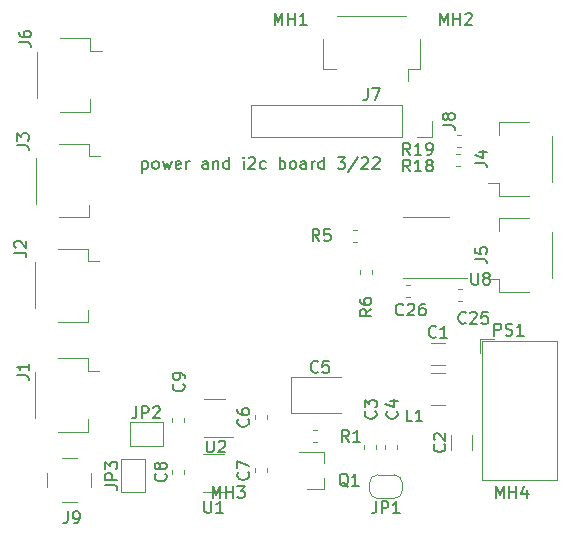
<source format=gto>
G04 #@! TF.GenerationSoftware,KiCad,Pcbnew,(5.1.5-0)*
G04 #@! TF.CreationDate,2022-04-01T13:26:54-06:00*
G04 #@! TF.ProjectId,power-two-wire,706f7765-722d-4747-976f-2d776972652e,rev?*
G04 #@! TF.SameCoordinates,Original*
G04 #@! TF.FileFunction,Legend,Top*
G04 #@! TF.FilePolarity,Positive*
%FSLAX46Y46*%
G04 Gerber Fmt 4.6, Leading zero omitted, Abs format (unit mm)*
G04 Created by KiCad (PCBNEW (5.1.5-0)) date 2022-04-01 13:26:54*
%MOMM*%
%LPD*%
G04 APERTURE LIST*
%ADD10C,0.150000*%
%ADD11C,0.120000*%
G04 APERTURE END LIST*
D10*
X139726190Y-88435714D02*
X139726190Y-89435714D01*
X139726190Y-88483333D02*
X139821428Y-88435714D01*
X140011904Y-88435714D01*
X140107142Y-88483333D01*
X140154761Y-88530952D01*
X140202380Y-88626190D01*
X140202380Y-88911904D01*
X140154761Y-89007142D01*
X140107142Y-89054761D01*
X140011904Y-89102380D01*
X139821428Y-89102380D01*
X139726190Y-89054761D01*
X140773809Y-89102380D02*
X140678571Y-89054761D01*
X140630952Y-89007142D01*
X140583333Y-88911904D01*
X140583333Y-88626190D01*
X140630952Y-88530952D01*
X140678571Y-88483333D01*
X140773809Y-88435714D01*
X140916666Y-88435714D01*
X141011904Y-88483333D01*
X141059523Y-88530952D01*
X141107142Y-88626190D01*
X141107142Y-88911904D01*
X141059523Y-89007142D01*
X141011904Y-89054761D01*
X140916666Y-89102380D01*
X140773809Y-89102380D01*
X141440476Y-88435714D02*
X141630952Y-89102380D01*
X141821428Y-88626190D01*
X142011904Y-89102380D01*
X142202380Y-88435714D01*
X142964285Y-89054761D02*
X142869047Y-89102380D01*
X142678571Y-89102380D01*
X142583333Y-89054761D01*
X142535714Y-88959523D01*
X142535714Y-88578571D01*
X142583333Y-88483333D01*
X142678571Y-88435714D01*
X142869047Y-88435714D01*
X142964285Y-88483333D01*
X143011904Y-88578571D01*
X143011904Y-88673809D01*
X142535714Y-88769047D01*
X143440476Y-89102380D02*
X143440476Y-88435714D01*
X143440476Y-88626190D02*
X143488095Y-88530952D01*
X143535714Y-88483333D01*
X143630952Y-88435714D01*
X143726190Y-88435714D01*
X145250000Y-89102380D02*
X145250000Y-88578571D01*
X145202380Y-88483333D01*
X145107142Y-88435714D01*
X144916666Y-88435714D01*
X144821428Y-88483333D01*
X145250000Y-89054761D02*
X145154761Y-89102380D01*
X144916666Y-89102380D01*
X144821428Y-89054761D01*
X144773809Y-88959523D01*
X144773809Y-88864285D01*
X144821428Y-88769047D01*
X144916666Y-88721428D01*
X145154761Y-88721428D01*
X145250000Y-88673809D01*
X145726190Y-88435714D02*
X145726190Y-89102380D01*
X145726190Y-88530952D02*
X145773809Y-88483333D01*
X145869047Y-88435714D01*
X146011904Y-88435714D01*
X146107142Y-88483333D01*
X146154761Y-88578571D01*
X146154761Y-89102380D01*
X147059523Y-89102380D02*
X147059523Y-88102380D01*
X147059523Y-89054761D02*
X146964285Y-89102380D01*
X146773809Y-89102380D01*
X146678571Y-89054761D01*
X146630952Y-89007142D01*
X146583333Y-88911904D01*
X146583333Y-88626190D01*
X146630952Y-88530952D01*
X146678571Y-88483333D01*
X146773809Y-88435714D01*
X146964285Y-88435714D01*
X147059523Y-88483333D01*
X148297619Y-89102380D02*
X148297619Y-88435714D01*
X148297619Y-88102380D02*
X148250000Y-88150000D01*
X148297619Y-88197619D01*
X148345238Y-88150000D01*
X148297619Y-88102380D01*
X148297619Y-88197619D01*
X148726190Y-88197619D02*
X148773809Y-88150000D01*
X148869047Y-88102380D01*
X149107142Y-88102380D01*
X149202380Y-88150000D01*
X149250000Y-88197619D01*
X149297619Y-88292857D01*
X149297619Y-88388095D01*
X149250000Y-88530952D01*
X148678571Y-89102380D01*
X149297619Y-89102380D01*
X150154761Y-89054761D02*
X150059523Y-89102380D01*
X149869047Y-89102380D01*
X149773809Y-89054761D01*
X149726190Y-89007142D01*
X149678571Y-88911904D01*
X149678571Y-88626190D01*
X149726190Y-88530952D01*
X149773809Y-88483333D01*
X149869047Y-88435714D01*
X150059523Y-88435714D01*
X150154761Y-88483333D01*
X151345238Y-89102380D02*
X151345238Y-88102380D01*
X151345238Y-88483333D02*
X151440476Y-88435714D01*
X151630952Y-88435714D01*
X151726190Y-88483333D01*
X151773809Y-88530952D01*
X151821428Y-88626190D01*
X151821428Y-88911904D01*
X151773809Y-89007142D01*
X151726190Y-89054761D01*
X151630952Y-89102380D01*
X151440476Y-89102380D01*
X151345238Y-89054761D01*
X152392857Y-89102380D02*
X152297619Y-89054761D01*
X152249999Y-89007142D01*
X152202380Y-88911904D01*
X152202380Y-88626190D01*
X152249999Y-88530952D01*
X152297619Y-88483333D01*
X152392857Y-88435714D01*
X152535714Y-88435714D01*
X152630952Y-88483333D01*
X152678571Y-88530952D01*
X152726190Y-88626190D01*
X152726190Y-88911904D01*
X152678571Y-89007142D01*
X152630952Y-89054761D01*
X152535714Y-89102380D01*
X152392857Y-89102380D01*
X153583333Y-89102380D02*
X153583333Y-88578571D01*
X153535714Y-88483333D01*
X153440476Y-88435714D01*
X153249999Y-88435714D01*
X153154761Y-88483333D01*
X153583333Y-89054761D02*
X153488095Y-89102380D01*
X153249999Y-89102380D01*
X153154761Y-89054761D01*
X153107142Y-88959523D01*
X153107142Y-88864285D01*
X153154761Y-88769047D01*
X153249999Y-88721428D01*
X153488095Y-88721428D01*
X153583333Y-88673809D01*
X154059523Y-89102380D02*
X154059523Y-88435714D01*
X154059523Y-88626190D02*
X154107142Y-88530952D01*
X154154761Y-88483333D01*
X154249999Y-88435714D01*
X154345238Y-88435714D01*
X155107142Y-89102380D02*
X155107142Y-88102380D01*
X155107142Y-89054761D02*
X155011904Y-89102380D01*
X154821428Y-89102380D01*
X154726190Y-89054761D01*
X154678571Y-89007142D01*
X154630952Y-88911904D01*
X154630952Y-88626190D01*
X154678571Y-88530952D01*
X154726190Y-88483333D01*
X154821428Y-88435714D01*
X155011904Y-88435714D01*
X155107142Y-88483333D01*
X156249999Y-88102380D02*
X156869047Y-88102380D01*
X156535714Y-88483333D01*
X156678571Y-88483333D01*
X156773809Y-88530952D01*
X156821428Y-88578571D01*
X156869047Y-88673809D01*
X156869047Y-88911904D01*
X156821428Y-89007142D01*
X156773809Y-89054761D01*
X156678571Y-89102380D01*
X156392857Y-89102380D01*
X156297619Y-89054761D01*
X156249999Y-89007142D01*
X158011904Y-88054761D02*
X157154761Y-89340476D01*
X158297619Y-88197619D02*
X158345238Y-88150000D01*
X158440476Y-88102380D01*
X158678571Y-88102380D01*
X158773809Y-88150000D01*
X158821428Y-88197619D01*
X158869047Y-88292857D01*
X158869047Y-88388095D01*
X158821428Y-88530952D01*
X158249999Y-89102380D01*
X158869047Y-89102380D01*
X159249999Y-88197619D02*
X159297619Y-88150000D01*
X159392857Y-88102380D01*
X159630952Y-88102380D01*
X159726190Y-88150000D01*
X159773809Y-88197619D01*
X159821428Y-88292857D01*
X159821428Y-88388095D01*
X159773809Y-88530952D01*
X159202380Y-89102380D01*
X159821428Y-89102380D01*
D11*
X130815000Y-79210000D02*
X130815000Y-83090000D01*
X135285000Y-84260000D02*
X135285000Y-83210000D01*
X132785000Y-84260000D02*
X135285000Y-84260000D01*
X135285000Y-79090000D02*
X136275000Y-79090000D01*
X135285000Y-78040000D02*
X135285000Y-79090000D01*
X132785000Y-78040000D02*
X135285000Y-78040000D01*
X130715000Y-88160000D02*
X130715000Y-92040000D01*
X135185000Y-93210000D02*
X135185000Y-92160000D01*
X132685000Y-93210000D02*
X135185000Y-93210000D01*
X135185000Y-88040000D02*
X136175000Y-88040000D01*
X135185000Y-86990000D02*
X135185000Y-88040000D01*
X132685000Y-86990000D02*
X135185000Y-86990000D01*
X130615000Y-97010000D02*
X130615000Y-100890000D01*
X135085000Y-102060000D02*
X135085000Y-101010000D01*
X132585000Y-102060000D02*
X135085000Y-102060000D01*
X135085000Y-96890000D02*
X136075000Y-96890000D01*
X135085000Y-95840000D02*
X135085000Y-96890000D01*
X132585000Y-95840000D02*
X135085000Y-95840000D01*
X130615000Y-106310000D02*
X130615000Y-110190000D01*
X135085000Y-111360000D02*
X135085000Y-110310000D01*
X132585000Y-111360000D02*
X135085000Y-111360000D01*
X135085000Y-106190000D02*
X136075000Y-106190000D01*
X135085000Y-105140000D02*
X135085000Y-106190000D01*
X132585000Y-105140000D02*
X135085000Y-105140000D01*
X174435000Y-98320000D02*
X174435000Y-94440000D01*
X169965000Y-93270000D02*
X169965000Y-94320000D01*
X172465000Y-93270000D02*
X169965000Y-93270000D01*
X169965000Y-98440000D02*
X168975000Y-98440000D01*
X169965000Y-99490000D02*
X169965000Y-98440000D01*
X172465000Y-99490000D02*
X169965000Y-99490000D01*
X174435000Y-90190000D02*
X174435000Y-86310000D01*
X169965000Y-85140000D02*
X169965000Y-86190000D01*
X172465000Y-85140000D02*
X169965000Y-85140000D01*
X169965000Y-90310000D02*
X168975000Y-90310000D01*
X169965000Y-91360000D02*
X169965000Y-90310000D01*
X172465000Y-91360000D02*
X169965000Y-91360000D01*
X164280000Y-85050000D02*
X164280000Y-86380000D01*
X164280000Y-86380000D02*
X162950000Y-86380000D01*
X161680000Y-86380000D02*
X148920000Y-86380000D01*
X148920000Y-83720000D02*
X148920000Y-86380000D01*
X161680000Y-83720000D02*
X148920000Y-83720000D01*
X161680000Y-83720000D02*
X161680000Y-86380000D01*
X162090000Y-76165000D02*
X156210000Y-76165000D01*
X155040000Y-80635000D02*
X156090000Y-80635000D01*
X155040000Y-78135000D02*
X155040000Y-80635000D01*
X162210000Y-80635000D02*
X162210000Y-81625000D01*
X163260000Y-80635000D02*
X162210000Y-80635000D01*
X163260000Y-78135000D02*
X163260000Y-80635000D01*
X152302500Y-109760000D02*
X156512500Y-109760000D01*
X152302500Y-106740000D02*
X152302500Y-109760000D01*
X156512500Y-106740000D02*
X152302500Y-106740000D01*
X134170000Y-117320000D02*
X132930000Y-117320000D01*
X134170000Y-113580000D02*
X132930000Y-113580000D01*
X131680000Y-116070000D02*
X131680000Y-114830000D01*
X135420000Y-116070000D02*
X135420000Y-114830000D01*
X166746267Y-86240000D02*
X166403733Y-86240000D01*
X166746267Y-87260000D02*
X166403733Y-87260000D01*
X166621267Y-87840000D02*
X166278733Y-87840000D01*
X166621267Y-88860000D02*
X166278733Y-88860000D01*
X137950000Y-116450000D02*
X137950000Y-113650000D01*
X137950000Y-113650000D02*
X139950000Y-113650000D01*
X139950000Y-113650000D02*
X139950000Y-116450000D01*
X139950000Y-116450000D02*
X137950000Y-116450000D01*
X138650000Y-110550000D02*
X141450000Y-110550000D01*
X141450000Y-110550000D02*
X141450000Y-112550000D01*
X141450000Y-112550000D02*
X138650000Y-112550000D01*
X138650000Y-112550000D02*
X138650000Y-110550000D01*
X162421267Y-98940000D02*
X162078733Y-98940000D01*
X162421267Y-99960000D02*
X162078733Y-99960000D01*
X166453733Y-100260000D02*
X166796267Y-100260000D01*
X166453733Y-99240000D02*
X166796267Y-99240000D01*
X163750000Y-98310000D02*
X167200000Y-98310000D01*
X163750000Y-98310000D02*
X161800000Y-98310000D01*
X163750000Y-93190000D02*
X165700000Y-93190000D01*
X163750000Y-93190000D02*
X161800000Y-93190000D01*
X144950000Y-111810000D02*
X147400000Y-111810000D01*
X146750000Y-108590000D02*
X144950000Y-108590000D01*
X144850000Y-116470000D02*
X147300000Y-116470000D01*
X146650000Y-113250000D02*
X144850000Y-113250000D01*
X154546267Y-111240000D02*
X154203733Y-111240000D01*
X154546267Y-112260000D02*
X154203733Y-112260000D01*
X165352064Y-106390000D02*
X164147936Y-106390000D01*
X165352064Y-109110000D02*
X164147936Y-109110000D01*
X143260000Y-110546267D02*
X143260000Y-110203733D01*
X142240000Y-110546267D02*
X142240000Y-110203733D01*
X143260000Y-114921267D02*
X143260000Y-114578733D01*
X142240000Y-114921267D02*
X142240000Y-114578733D01*
X150260000Y-114796267D02*
X150260000Y-114453733D01*
X149240000Y-114796267D02*
X149240000Y-114453733D01*
X150260000Y-110296267D02*
X150260000Y-109953733D01*
X149240000Y-110296267D02*
X149240000Y-109953733D01*
X167660000Y-112864564D02*
X167660000Y-111660436D01*
X165840000Y-112864564D02*
X165840000Y-111660436D01*
X164147936Y-105660000D02*
X165352064Y-105660000D01*
X164147936Y-103840000D02*
X165352064Y-103840000D01*
X159185000Y-97971267D02*
X159185000Y-97628733D01*
X158165000Y-97971267D02*
X158165000Y-97628733D01*
X157578733Y-95260000D02*
X157921267Y-95260000D01*
X157578733Y-94240000D02*
X157921267Y-94240000D01*
X168300000Y-103480000D02*
X168300000Y-104680000D01*
X169500000Y-103480000D02*
X168300000Y-103480000D01*
X174840000Y-115450000D02*
X168500000Y-115450000D01*
X168500000Y-103680000D02*
X168500000Y-115450000D01*
X174840000Y-103680000D02*
X168500000Y-103680000D01*
X174840000Y-103680000D02*
X174840000Y-115450000D01*
X155110000Y-116230000D02*
X153650000Y-116230000D01*
X155110000Y-113070000D02*
X152950000Y-113070000D01*
X155110000Y-113070000D02*
X155110000Y-114000000D01*
X155110000Y-116230000D02*
X155110000Y-115300000D01*
X161050000Y-117000000D02*
X159650000Y-117000000D01*
X158950000Y-116300000D02*
X158950000Y-115700000D01*
X159650000Y-115000000D02*
X161050000Y-115000000D01*
X161750000Y-115700000D02*
X161750000Y-116300000D01*
X161750000Y-116300000D02*
G75*
G02X161050000Y-117000000I-700000J0D01*
G01*
X161050000Y-115000000D02*
G75*
G02X161750000Y-115700000I0J-700000D01*
G01*
X158950000Y-115700000D02*
G75*
G02X159650000Y-115000000I700000J0D01*
G01*
X159650000Y-117000000D02*
G75*
G02X158950000Y-116300000I0J700000D01*
G01*
X160290000Y-112478733D02*
X160290000Y-112821267D01*
X161310000Y-112478733D02*
X161310000Y-112821267D01*
X158490000Y-112478733D02*
X158490000Y-112821267D01*
X159510000Y-112478733D02*
X159510000Y-112821267D01*
D10*
X129302380Y-78383333D02*
X130016666Y-78383333D01*
X130159523Y-78430952D01*
X130254761Y-78526190D01*
X130302380Y-78669047D01*
X130302380Y-78764285D01*
X129302380Y-77478571D02*
X129302380Y-77669047D01*
X129350000Y-77764285D01*
X129397619Y-77811904D01*
X129540476Y-77907142D01*
X129730952Y-77954761D01*
X130111904Y-77954761D01*
X130207142Y-77907142D01*
X130254761Y-77859523D01*
X130302380Y-77764285D01*
X130302380Y-77573809D01*
X130254761Y-77478571D01*
X130207142Y-77430952D01*
X130111904Y-77383333D01*
X129873809Y-77383333D01*
X129778571Y-77430952D01*
X129730952Y-77478571D01*
X129683333Y-77573809D01*
X129683333Y-77764285D01*
X129730952Y-77859523D01*
X129778571Y-77907142D01*
X129873809Y-77954761D01*
X129102380Y-87083333D02*
X129816666Y-87083333D01*
X129959523Y-87130952D01*
X130054761Y-87226190D01*
X130102380Y-87369047D01*
X130102380Y-87464285D01*
X129102380Y-86702380D02*
X129102380Y-86083333D01*
X129483333Y-86416666D01*
X129483333Y-86273809D01*
X129530952Y-86178571D01*
X129578571Y-86130952D01*
X129673809Y-86083333D01*
X129911904Y-86083333D01*
X130007142Y-86130952D01*
X130054761Y-86178571D01*
X130102380Y-86273809D01*
X130102380Y-86559523D01*
X130054761Y-86654761D01*
X130007142Y-86702380D01*
X128902380Y-96183333D02*
X129616666Y-96183333D01*
X129759523Y-96230952D01*
X129854761Y-96326190D01*
X129902380Y-96469047D01*
X129902380Y-96564285D01*
X128997619Y-95754761D02*
X128950000Y-95707142D01*
X128902380Y-95611904D01*
X128902380Y-95373809D01*
X128950000Y-95278571D01*
X128997619Y-95230952D01*
X129092857Y-95183333D01*
X129188095Y-95183333D01*
X129330952Y-95230952D01*
X129902380Y-95802380D01*
X129902380Y-95183333D01*
X129102380Y-106583333D02*
X129816666Y-106583333D01*
X129959523Y-106630952D01*
X130054761Y-106726190D01*
X130102380Y-106869047D01*
X130102380Y-106964285D01*
X130102380Y-105583333D02*
X130102380Y-106154761D01*
X130102380Y-105869047D02*
X129102380Y-105869047D01*
X129245238Y-105964285D01*
X129340476Y-106059523D01*
X129388095Y-106154761D01*
X167902380Y-96713333D02*
X168616666Y-96713333D01*
X168759523Y-96760952D01*
X168854761Y-96856190D01*
X168902380Y-96999047D01*
X168902380Y-97094285D01*
X167902380Y-95760952D02*
X167902380Y-96237142D01*
X168378571Y-96284761D01*
X168330952Y-96237142D01*
X168283333Y-96141904D01*
X168283333Y-95903809D01*
X168330952Y-95808571D01*
X168378571Y-95760952D01*
X168473809Y-95713333D01*
X168711904Y-95713333D01*
X168807142Y-95760952D01*
X168854761Y-95808571D01*
X168902380Y-95903809D01*
X168902380Y-96141904D01*
X168854761Y-96237142D01*
X168807142Y-96284761D01*
X167902380Y-88583333D02*
X168616666Y-88583333D01*
X168759523Y-88630952D01*
X168854761Y-88726190D01*
X168902380Y-88869047D01*
X168902380Y-88964285D01*
X168235714Y-87678571D02*
X168902380Y-87678571D01*
X167854761Y-87916666D02*
X168569047Y-88154761D01*
X168569047Y-87535714D01*
X165172380Y-85383333D02*
X165886666Y-85383333D01*
X166029523Y-85430952D01*
X166124761Y-85526190D01*
X166172380Y-85669047D01*
X166172380Y-85764285D01*
X165600952Y-84764285D02*
X165553333Y-84859523D01*
X165505714Y-84907142D01*
X165410476Y-84954761D01*
X165362857Y-84954761D01*
X165267619Y-84907142D01*
X165220000Y-84859523D01*
X165172380Y-84764285D01*
X165172380Y-84573809D01*
X165220000Y-84478571D01*
X165267619Y-84430952D01*
X165362857Y-84383333D01*
X165410476Y-84383333D01*
X165505714Y-84430952D01*
X165553333Y-84478571D01*
X165600952Y-84573809D01*
X165600952Y-84764285D01*
X165648571Y-84859523D01*
X165696190Y-84907142D01*
X165791428Y-84954761D01*
X165981904Y-84954761D01*
X166077142Y-84907142D01*
X166124761Y-84859523D01*
X166172380Y-84764285D01*
X166172380Y-84573809D01*
X166124761Y-84478571D01*
X166077142Y-84430952D01*
X165981904Y-84383333D01*
X165791428Y-84383333D01*
X165696190Y-84430952D01*
X165648571Y-84478571D01*
X165600952Y-84573809D01*
X158816666Y-82282380D02*
X158816666Y-82996666D01*
X158769047Y-83139523D01*
X158673809Y-83234761D01*
X158530952Y-83282380D01*
X158435714Y-83282380D01*
X159197619Y-82282380D02*
X159864285Y-82282380D01*
X159435714Y-83282380D01*
X154595833Y-106257142D02*
X154548214Y-106304761D01*
X154405357Y-106352380D01*
X154310119Y-106352380D01*
X154167261Y-106304761D01*
X154072023Y-106209523D01*
X154024404Y-106114285D01*
X153976785Y-105923809D01*
X153976785Y-105780952D01*
X154024404Y-105590476D01*
X154072023Y-105495238D01*
X154167261Y-105400000D01*
X154310119Y-105352380D01*
X154405357Y-105352380D01*
X154548214Y-105400000D01*
X154595833Y-105447619D01*
X155500595Y-105352380D02*
X155024404Y-105352380D01*
X154976785Y-105828571D01*
X155024404Y-105780952D01*
X155119642Y-105733333D01*
X155357738Y-105733333D01*
X155452976Y-105780952D01*
X155500595Y-105828571D01*
X155548214Y-105923809D01*
X155548214Y-106161904D01*
X155500595Y-106257142D01*
X155452976Y-106304761D01*
X155357738Y-106352380D01*
X155119642Y-106352380D01*
X155024404Y-106304761D01*
X154976785Y-106257142D01*
X133416666Y-118102380D02*
X133416666Y-118816666D01*
X133369047Y-118959523D01*
X133273809Y-119054761D01*
X133130952Y-119102380D01*
X133035714Y-119102380D01*
X133940476Y-119102380D02*
X134130952Y-119102380D01*
X134226190Y-119054761D01*
X134273809Y-119007142D01*
X134369047Y-118864285D01*
X134416666Y-118673809D01*
X134416666Y-118292857D01*
X134369047Y-118197619D01*
X134321428Y-118150000D01*
X134226190Y-118102380D01*
X134035714Y-118102380D01*
X133940476Y-118150000D01*
X133892857Y-118197619D01*
X133845238Y-118292857D01*
X133845238Y-118530952D01*
X133892857Y-118626190D01*
X133940476Y-118673809D01*
X134035714Y-118721428D01*
X134226190Y-118721428D01*
X134321428Y-118673809D01*
X134369047Y-118626190D01*
X134416666Y-118530952D01*
X162407142Y-87902380D02*
X162073809Y-87426190D01*
X161835714Y-87902380D02*
X161835714Y-86902380D01*
X162216666Y-86902380D01*
X162311904Y-86950000D01*
X162359523Y-86997619D01*
X162407142Y-87092857D01*
X162407142Y-87235714D01*
X162359523Y-87330952D01*
X162311904Y-87378571D01*
X162216666Y-87426190D01*
X161835714Y-87426190D01*
X163359523Y-87902380D02*
X162788095Y-87902380D01*
X163073809Y-87902380D02*
X163073809Y-86902380D01*
X162978571Y-87045238D01*
X162883333Y-87140476D01*
X162788095Y-87188095D01*
X163835714Y-87902380D02*
X164026190Y-87902380D01*
X164121428Y-87854761D01*
X164169047Y-87807142D01*
X164264285Y-87664285D01*
X164311904Y-87473809D01*
X164311904Y-87092857D01*
X164264285Y-86997619D01*
X164216666Y-86950000D01*
X164121428Y-86902380D01*
X163930952Y-86902380D01*
X163835714Y-86950000D01*
X163788095Y-86997619D01*
X163740476Y-87092857D01*
X163740476Y-87330952D01*
X163788095Y-87426190D01*
X163835714Y-87473809D01*
X163930952Y-87521428D01*
X164121428Y-87521428D01*
X164216666Y-87473809D01*
X164264285Y-87426190D01*
X164311904Y-87330952D01*
X162407142Y-89302380D02*
X162073809Y-88826190D01*
X161835714Y-89302380D02*
X161835714Y-88302380D01*
X162216666Y-88302380D01*
X162311904Y-88350000D01*
X162359523Y-88397619D01*
X162407142Y-88492857D01*
X162407142Y-88635714D01*
X162359523Y-88730952D01*
X162311904Y-88778571D01*
X162216666Y-88826190D01*
X161835714Y-88826190D01*
X163359523Y-89302380D02*
X162788095Y-89302380D01*
X163073809Y-89302380D02*
X163073809Y-88302380D01*
X162978571Y-88445238D01*
X162883333Y-88540476D01*
X162788095Y-88588095D01*
X163930952Y-88730952D02*
X163835714Y-88683333D01*
X163788095Y-88635714D01*
X163740476Y-88540476D01*
X163740476Y-88492857D01*
X163788095Y-88397619D01*
X163835714Y-88350000D01*
X163930952Y-88302380D01*
X164121428Y-88302380D01*
X164216666Y-88350000D01*
X164264285Y-88397619D01*
X164311904Y-88492857D01*
X164311904Y-88540476D01*
X164264285Y-88635714D01*
X164216666Y-88683333D01*
X164121428Y-88730952D01*
X163930952Y-88730952D01*
X163835714Y-88778571D01*
X163788095Y-88826190D01*
X163740476Y-88921428D01*
X163740476Y-89111904D01*
X163788095Y-89207142D01*
X163835714Y-89254761D01*
X163930952Y-89302380D01*
X164121428Y-89302380D01*
X164216666Y-89254761D01*
X164264285Y-89207142D01*
X164311904Y-89111904D01*
X164311904Y-88921428D01*
X164264285Y-88826190D01*
X164216666Y-88778571D01*
X164121428Y-88730952D01*
X136602380Y-115883333D02*
X137316666Y-115883333D01*
X137459523Y-115930952D01*
X137554761Y-116026190D01*
X137602380Y-116169047D01*
X137602380Y-116264285D01*
X137602380Y-115407142D02*
X136602380Y-115407142D01*
X136602380Y-115026190D01*
X136650000Y-114930952D01*
X136697619Y-114883333D01*
X136792857Y-114835714D01*
X136935714Y-114835714D01*
X137030952Y-114883333D01*
X137078571Y-114930952D01*
X137126190Y-115026190D01*
X137126190Y-115407142D01*
X136602380Y-114502380D02*
X136602380Y-113883333D01*
X136983333Y-114216666D01*
X136983333Y-114073809D01*
X137030952Y-113978571D01*
X137078571Y-113930952D01*
X137173809Y-113883333D01*
X137411904Y-113883333D01*
X137507142Y-113930952D01*
X137554761Y-113978571D01*
X137602380Y-114073809D01*
X137602380Y-114359523D01*
X137554761Y-114454761D01*
X137507142Y-114502380D01*
X139216666Y-109202380D02*
X139216666Y-109916666D01*
X139169047Y-110059523D01*
X139073809Y-110154761D01*
X138930952Y-110202380D01*
X138835714Y-110202380D01*
X139692857Y-110202380D02*
X139692857Y-109202380D01*
X140073809Y-109202380D01*
X140169047Y-109250000D01*
X140216666Y-109297619D01*
X140264285Y-109392857D01*
X140264285Y-109535714D01*
X140216666Y-109630952D01*
X140169047Y-109678571D01*
X140073809Y-109726190D01*
X139692857Y-109726190D01*
X140645238Y-109297619D02*
X140692857Y-109250000D01*
X140788095Y-109202380D01*
X141026190Y-109202380D01*
X141121428Y-109250000D01*
X141169047Y-109297619D01*
X141216666Y-109392857D01*
X141216666Y-109488095D01*
X141169047Y-109630952D01*
X140597619Y-110202380D01*
X141216666Y-110202380D01*
X161807142Y-101407142D02*
X161759523Y-101454761D01*
X161616666Y-101502380D01*
X161521428Y-101502380D01*
X161378571Y-101454761D01*
X161283333Y-101359523D01*
X161235714Y-101264285D01*
X161188095Y-101073809D01*
X161188095Y-100930952D01*
X161235714Y-100740476D01*
X161283333Y-100645238D01*
X161378571Y-100550000D01*
X161521428Y-100502380D01*
X161616666Y-100502380D01*
X161759523Y-100550000D01*
X161807142Y-100597619D01*
X162188095Y-100597619D02*
X162235714Y-100550000D01*
X162330952Y-100502380D01*
X162569047Y-100502380D01*
X162664285Y-100550000D01*
X162711904Y-100597619D01*
X162759523Y-100692857D01*
X162759523Y-100788095D01*
X162711904Y-100930952D01*
X162140476Y-101502380D01*
X162759523Y-101502380D01*
X163616666Y-100502380D02*
X163426190Y-100502380D01*
X163330952Y-100550000D01*
X163283333Y-100597619D01*
X163188095Y-100740476D01*
X163140476Y-100930952D01*
X163140476Y-101311904D01*
X163188095Y-101407142D01*
X163235714Y-101454761D01*
X163330952Y-101502380D01*
X163521428Y-101502380D01*
X163616666Y-101454761D01*
X163664285Y-101407142D01*
X163711904Y-101311904D01*
X163711904Y-101073809D01*
X163664285Y-100978571D01*
X163616666Y-100930952D01*
X163521428Y-100883333D01*
X163330952Y-100883333D01*
X163235714Y-100930952D01*
X163188095Y-100978571D01*
X163140476Y-101073809D01*
X167107142Y-102107142D02*
X167059523Y-102154761D01*
X166916666Y-102202380D01*
X166821428Y-102202380D01*
X166678571Y-102154761D01*
X166583333Y-102059523D01*
X166535714Y-101964285D01*
X166488095Y-101773809D01*
X166488095Y-101630952D01*
X166535714Y-101440476D01*
X166583333Y-101345238D01*
X166678571Y-101250000D01*
X166821428Y-101202380D01*
X166916666Y-101202380D01*
X167059523Y-101250000D01*
X167107142Y-101297619D01*
X167488095Y-101297619D02*
X167535714Y-101250000D01*
X167630952Y-101202380D01*
X167869047Y-101202380D01*
X167964285Y-101250000D01*
X168011904Y-101297619D01*
X168059523Y-101392857D01*
X168059523Y-101488095D01*
X168011904Y-101630952D01*
X167440476Y-102202380D01*
X168059523Y-102202380D01*
X168964285Y-101202380D02*
X168488095Y-101202380D01*
X168440476Y-101678571D01*
X168488095Y-101630952D01*
X168583333Y-101583333D01*
X168821428Y-101583333D01*
X168916666Y-101630952D01*
X168964285Y-101678571D01*
X169011904Y-101773809D01*
X169011904Y-102011904D01*
X168964285Y-102107142D01*
X168916666Y-102154761D01*
X168821428Y-102202380D01*
X168583333Y-102202380D01*
X168488095Y-102154761D01*
X168440476Y-102107142D01*
X167588095Y-97902380D02*
X167588095Y-98711904D01*
X167635714Y-98807142D01*
X167683333Y-98854761D01*
X167778571Y-98902380D01*
X167969047Y-98902380D01*
X168064285Y-98854761D01*
X168111904Y-98807142D01*
X168159523Y-98711904D01*
X168159523Y-97902380D01*
X168778571Y-98330952D02*
X168683333Y-98283333D01*
X168635714Y-98235714D01*
X168588095Y-98140476D01*
X168588095Y-98092857D01*
X168635714Y-97997619D01*
X168683333Y-97950000D01*
X168778571Y-97902380D01*
X168969047Y-97902380D01*
X169064285Y-97950000D01*
X169111904Y-97997619D01*
X169159523Y-98092857D01*
X169159523Y-98140476D01*
X169111904Y-98235714D01*
X169064285Y-98283333D01*
X168969047Y-98330952D01*
X168778571Y-98330952D01*
X168683333Y-98378571D01*
X168635714Y-98426190D01*
X168588095Y-98521428D01*
X168588095Y-98711904D01*
X168635714Y-98807142D01*
X168683333Y-98854761D01*
X168778571Y-98902380D01*
X168969047Y-98902380D01*
X169064285Y-98854761D01*
X169111904Y-98807142D01*
X169159523Y-98711904D01*
X169159523Y-98521428D01*
X169111904Y-98426190D01*
X169064285Y-98378571D01*
X168969047Y-98330952D01*
X145188095Y-112102380D02*
X145188095Y-112911904D01*
X145235714Y-113007142D01*
X145283333Y-113054761D01*
X145378571Y-113102380D01*
X145569047Y-113102380D01*
X145664285Y-113054761D01*
X145711904Y-113007142D01*
X145759523Y-112911904D01*
X145759523Y-112102380D01*
X146188095Y-112197619D02*
X146235714Y-112150000D01*
X146330952Y-112102380D01*
X146569047Y-112102380D01*
X146664285Y-112150000D01*
X146711904Y-112197619D01*
X146759523Y-112292857D01*
X146759523Y-112388095D01*
X146711904Y-112530952D01*
X146140476Y-113102380D01*
X146759523Y-113102380D01*
X144988095Y-117212380D02*
X144988095Y-118021904D01*
X145035714Y-118117142D01*
X145083333Y-118164761D01*
X145178571Y-118212380D01*
X145369047Y-118212380D01*
X145464285Y-118164761D01*
X145511904Y-118117142D01*
X145559523Y-118021904D01*
X145559523Y-117212380D01*
X146559523Y-118212380D02*
X145988095Y-118212380D01*
X146273809Y-118212380D02*
X146273809Y-117212380D01*
X146178571Y-117355238D01*
X146083333Y-117450476D01*
X145988095Y-117498095D01*
X157208333Y-112202380D02*
X156875000Y-111726190D01*
X156636904Y-112202380D02*
X156636904Y-111202380D01*
X157017857Y-111202380D01*
X157113095Y-111250000D01*
X157160714Y-111297619D01*
X157208333Y-111392857D01*
X157208333Y-111535714D01*
X157160714Y-111630952D01*
X157113095Y-111678571D01*
X157017857Y-111726190D01*
X156636904Y-111726190D01*
X158160714Y-112202380D02*
X157589285Y-112202380D01*
X157875000Y-112202380D02*
X157875000Y-111202380D01*
X157779761Y-111345238D01*
X157684523Y-111440476D01*
X157589285Y-111488095D01*
X162583333Y-110482380D02*
X162107142Y-110482380D01*
X162107142Y-109482380D01*
X163440476Y-110482380D02*
X162869047Y-110482380D01*
X163154761Y-110482380D02*
X163154761Y-109482380D01*
X163059523Y-109625238D01*
X162964285Y-109720476D01*
X162869047Y-109768095D01*
X143207142Y-107316666D02*
X143254761Y-107364285D01*
X143302380Y-107507142D01*
X143302380Y-107602380D01*
X143254761Y-107745238D01*
X143159523Y-107840476D01*
X143064285Y-107888095D01*
X142873809Y-107935714D01*
X142730952Y-107935714D01*
X142540476Y-107888095D01*
X142445238Y-107840476D01*
X142350000Y-107745238D01*
X142302380Y-107602380D01*
X142302380Y-107507142D01*
X142350000Y-107364285D01*
X142397619Y-107316666D01*
X143302380Y-106840476D02*
X143302380Y-106650000D01*
X143254761Y-106554761D01*
X143207142Y-106507142D01*
X143064285Y-106411904D01*
X142873809Y-106364285D01*
X142492857Y-106364285D01*
X142397619Y-106411904D01*
X142350000Y-106459523D01*
X142302380Y-106554761D01*
X142302380Y-106745238D01*
X142350000Y-106840476D01*
X142397619Y-106888095D01*
X142492857Y-106935714D01*
X142730952Y-106935714D01*
X142826190Y-106888095D01*
X142873809Y-106840476D01*
X142921428Y-106745238D01*
X142921428Y-106554761D01*
X142873809Y-106459523D01*
X142826190Y-106411904D01*
X142730952Y-106364285D01*
X141677142Y-114916666D02*
X141724761Y-114964285D01*
X141772380Y-115107142D01*
X141772380Y-115202380D01*
X141724761Y-115345238D01*
X141629523Y-115440476D01*
X141534285Y-115488095D01*
X141343809Y-115535714D01*
X141200952Y-115535714D01*
X141010476Y-115488095D01*
X140915238Y-115440476D01*
X140820000Y-115345238D01*
X140772380Y-115202380D01*
X140772380Y-115107142D01*
X140820000Y-114964285D01*
X140867619Y-114916666D01*
X141200952Y-114345238D02*
X141153333Y-114440476D01*
X141105714Y-114488095D01*
X141010476Y-114535714D01*
X140962857Y-114535714D01*
X140867619Y-114488095D01*
X140820000Y-114440476D01*
X140772380Y-114345238D01*
X140772380Y-114154761D01*
X140820000Y-114059523D01*
X140867619Y-114011904D01*
X140962857Y-113964285D01*
X141010476Y-113964285D01*
X141105714Y-114011904D01*
X141153333Y-114059523D01*
X141200952Y-114154761D01*
X141200952Y-114345238D01*
X141248571Y-114440476D01*
X141296190Y-114488095D01*
X141391428Y-114535714D01*
X141581904Y-114535714D01*
X141677142Y-114488095D01*
X141724761Y-114440476D01*
X141772380Y-114345238D01*
X141772380Y-114154761D01*
X141724761Y-114059523D01*
X141677142Y-114011904D01*
X141581904Y-113964285D01*
X141391428Y-113964285D01*
X141296190Y-114011904D01*
X141248571Y-114059523D01*
X141200952Y-114154761D01*
X148677142Y-114791666D02*
X148724761Y-114839285D01*
X148772380Y-114982142D01*
X148772380Y-115077380D01*
X148724761Y-115220238D01*
X148629523Y-115315476D01*
X148534285Y-115363095D01*
X148343809Y-115410714D01*
X148200952Y-115410714D01*
X148010476Y-115363095D01*
X147915238Y-115315476D01*
X147820000Y-115220238D01*
X147772380Y-115077380D01*
X147772380Y-114982142D01*
X147820000Y-114839285D01*
X147867619Y-114791666D01*
X147772380Y-114458333D02*
X147772380Y-113791666D01*
X148772380Y-114220238D01*
X148677142Y-110291666D02*
X148724761Y-110339285D01*
X148772380Y-110482142D01*
X148772380Y-110577380D01*
X148724761Y-110720238D01*
X148629523Y-110815476D01*
X148534285Y-110863095D01*
X148343809Y-110910714D01*
X148200952Y-110910714D01*
X148010476Y-110863095D01*
X147915238Y-110815476D01*
X147820000Y-110720238D01*
X147772380Y-110577380D01*
X147772380Y-110482142D01*
X147820000Y-110339285D01*
X147867619Y-110291666D01*
X147772380Y-109434523D02*
X147772380Y-109625000D01*
X147820000Y-109720238D01*
X147867619Y-109767857D01*
X148010476Y-109863095D01*
X148200952Y-109910714D01*
X148581904Y-109910714D01*
X148677142Y-109863095D01*
X148724761Y-109815476D01*
X148772380Y-109720238D01*
X148772380Y-109529761D01*
X148724761Y-109434523D01*
X148677142Y-109386904D01*
X148581904Y-109339285D01*
X148343809Y-109339285D01*
X148248571Y-109386904D01*
X148200952Y-109434523D01*
X148153333Y-109529761D01*
X148153333Y-109720238D01*
X148200952Y-109815476D01*
X148248571Y-109863095D01*
X148343809Y-109910714D01*
X165287142Y-112429166D02*
X165334761Y-112476785D01*
X165382380Y-112619642D01*
X165382380Y-112714880D01*
X165334761Y-112857738D01*
X165239523Y-112952976D01*
X165144285Y-113000595D01*
X164953809Y-113048214D01*
X164810952Y-113048214D01*
X164620476Y-113000595D01*
X164525238Y-112952976D01*
X164430000Y-112857738D01*
X164382380Y-112714880D01*
X164382380Y-112619642D01*
X164430000Y-112476785D01*
X164477619Y-112429166D01*
X164477619Y-112048214D02*
X164430000Y-112000595D01*
X164382380Y-111905357D01*
X164382380Y-111667261D01*
X164430000Y-111572023D01*
X164477619Y-111524404D01*
X164572857Y-111476785D01*
X164668095Y-111476785D01*
X164810952Y-111524404D01*
X165382380Y-112095833D01*
X165382380Y-111476785D01*
X164583333Y-103287142D02*
X164535714Y-103334761D01*
X164392857Y-103382380D01*
X164297619Y-103382380D01*
X164154761Y-103334761D01*
X164059523Y-103239523D01*
X164011904Y-103144285D01*
X163964285Y-102953809D01*
X163964285Y-102810952D01*
X164011904Y-102620476D01*
X164059523Y-102525238D01*
X164154761Y-102430000D01*
X164297619Y-102382380D01*
X164392857Y-102382380D01*
X164535714Y-102430000D01*
X164583333Y-102477619D01*
X165535714Y-103382380D02*
X164964285Y-103382380D01*
X165250000Y-103382380D02*
X165250000Y-102382380D01*
X165154761Y-102525238D01*
X165059523Y-102620476D01*
X164964285Y-102668095D01*
X159127380Y-100966666D02*
X158651190Y-101300000D01*
X159127380Y-101538095D02*
X158127380Y-101538095D01*
X158127380Y-101157142D01*
X158175000Y-101061904D01*
X158222619Y-101014285D01*
X158317857Y-100966666D01*
X158460714Y-100966666D01*
X158555952Y-101014285D01*
X158603571Y-101061904D01*
X158651190Y-101157142D01*
X158651190Y-101538095D01*
X158127380Y-100109523D02*
X158127380Y-100300000D01*
X158175000Y-100395238D01*
X158222619Y-100442857D01*
X158365476Y-100538095D01*
X158555952Y-100585714D01*
X158936904Y-100585714D01*
X159032142Y-100538095D01*
X159079761Y-100490476D01*
X159127380Y-100395238D01*
X159127380Y-100204761D01*
X159079761Y-100109523D01*
X159032142Y-100061904D01*
X158936904Y-100014285D01*
X158698809Y-100014285D01*
X158603571Y-100061904D01*
X158555952Y-100109523D01*
X158508333Y-100204761D01*
X158508333Y-100395238D01*
X158555952Y-100490476D01*
X158603571Y-100538095D01*
X158698809Y-100585714D01*
X154708333Y-95202380D02*
X154375000Y-94726190D01*
X154136904Y-95202380D02*
X154136904Y-94202380D01*
X154517857Y-94202380D01*
X154613095Y-94250000D01*
X154660714Y-94297619D01*
X154708333Y-94392857D01*
X154708333Y-94535714D01*
X154660714Y-94630952D01*
X154613095Y-94678571D01*
X154517857Y-94726190D01*
X154136904Y-94726190D01*
X155613095Y-94202380D02*
X155136904Y-94202380D01*
X155089285Y-94678571D01*
X155136904Y-94630952D01*
X155232142Y-94583333D01*
X155470238Y-94583333D01*
X155565476Y-94630952D01*
X155613095Y-94678571D01*
X155660714Y-94773809D01*
X155660714Y-95011904D01*
X155613095Y-95107142D01*
X155565476Y-95154761D01*
X155470238Y-95202380D01*
X155232142Y-95202380D01*
X155136904Y-95154761D01*
X155089285Y-95107142D01*
X169535714Y-103202380D02*
X169535714Y-102202380D01*
X169916666Y-102202380D01*
X170011904Y-102250000D01*
X170059523Y-102297619D01*
X170107142Y-102392857D01*
X170107142Y-102535714D01*
X170059523Y-102630952D01*
X170011904Y-102678571D01*
X169916666Y-102726190D01*
X169535714Y-102726190D01*
X170488095Y-103154761D02*
X170630952Y-103202380D01*
X170869047Y-103202380D01*
X170964285Y-103154761D01*
X171011904Y-103107142D01*
X171059523Y-103011904D01*
X171059523Y-102916666D01*
X171011904Y-102821428D01*
X170964285Y-102773809D01*
X170869047Y-102726190D01*
X170678571Y-102678571D01*
X170583333Y-102630952D01*
X170535714Y-102583333D01*
X170488095Y-102488095D01*
X170488095Y-102392857D01*
X170535714Y-102297619D01*
X170583333Y-102250000D01*
X170678571Y-102202380D01*
X170916666Y-102202380D01*
X171059523Y-102250000D01*
X172011904Y-103202380D02*
X171440476Y-103202380D01*
X171726190Y-103202380D02*
X171726190Y-102202380D01*
X171630952Y-102345238D01*
X171535714Y-102440476D01*
X171440476Y-102488095D01*
X157154761Y-115997619D02*
X157059523Y-115950000D01*
X156964285Y-115854761D01*
X156821428Y-115711904D01*
X156726190Y-115664285D01*
X156630952Y-115664285D01*
X156678571Y-115902380D02*
X156583333Y-115854761D01*
X156488095Y-115759523D01*
X156440476Y-115569047D01*
X156440476Y-115235714D01*
X156488095Y-115045238D01*
X156583333Y-114950000D01*
X156678571Y-114902380D01*
X156869047Y-114902380D01*
X156964285Y-114950000D01*
X157059523Y-115045238D01*
X157107142Y-115235714D01*
X157107142Y-115569047D01*
X157059523Y-115759523D01*
X156964285Y-115854761D01*
X156869047Y-115902380D01*
X156678571Y-115902380D01*
X158059523Y-115902380D02*
X157488095Y-115902380D01*
X157773809Y-115902380D02*
X157773809Y-114902380D01*
X157678571Y-115045238D01*
X157583333Y-115140476D01*
X157488095Y-115188095D01*
X159516666Y-117252380D02*
X159516666Y-117966666D01*
X159469047Y-118109523D01*
X159373809Y-118204761D01*
X159230952Y-118252380D01*
X159135714Y-118252380D01*
X159992857Y-118252380D02*
X159992857Y-117252380D01*
X160373809Y-117252380D01*
X160469047Y-117300000D01*
X160516666Y-117347619D01*
X160564285Y-117442857D01*
X160564285Y-117585714D01*
X160516666Y-117680952D01*
X160469047Y-117728571D01*
X160373809Y-117776190D01*
X159992857Y-117776190D01*
X161516666Y-118252380D02*
X160945238Y-118252380D01*
X161230952Y-118252380D02*
X161230952Y-117252380D01*
X161135714Y-117395238D01*
X161040476Y-117490476D01*
X160945238Y-117538095D01*
X161257142Y-109616666D02*
X161304761Y-109664285D01*
X161352380Y-109807142D01*
X161352380Y-109902380D01*
X161304761Y-110045238D01*
X161209523Y-110140476D01*
X161114285Y-110188095D01*
X160923809Y-110235714D01*
X160780952Y-110235714D01*
X160590476Y-110188095D01*
X160495238Y-110140476D01*
X160400000Y-110045238D01*
X160352380Y-109902380D01*
X160352380Y-109807142D01*
X160400000Y-109664285D01*
X160447619Y-109616666D01*
X160685714Y-108759523D02*
X161352380Y-108759523D01*
X160304761Y-108997619D02*
X161019047Y-109235714D01*
X161019047Y-108616666D01*
X159457142Y-109616666D02*
X159504761Y-109664285D01*
X159552380Y-109807142D01*
X159552380Y-109902380D01*
X159504761Y-110045238D01*
X159409523Y-110140476D01*
X159314285Y-110188095D01*
X159123809Y-110235714D01*
X158980952Y-110235714D01*
X158790476Y-110188095D01*
X158695238Y-110140476D01*
X158600000Y-110045238D01*
X158552380Y-109902380D01*
X158552380Y-109807142D01*
X158600000Y-109664285D01*
X158647619Y-109616666D01*
X158552380Y-109283333D02*
X158552380Y-108664285D01*
X158933333Y-108997619D01*
X158933333Y-108854761D01*
X158980952Y-108759523D01*
X159028571Y-108711904D01*
X159123809Y-108664285D01*
X159361904Y-108664285D01*
X159457142Y-108711904D01*
X159504761Y-108759523D01*
X159552380Y-108854761D01*
X159552380Y-109140476D01*
X159504761Y-109235714D01*
X159457142Y-109283333D01*
X150916666Y-76902380D02*
X150916666Y-75902380D01*
X151250000Y-76616666D01*
X151583333Y-75902380D01*
X151583333Y-76902380D01*
X152059523Y-76902380D02*
X152059523Y-75902380D01*
X152059523Y-76378571D02*
X152630952Y-76378571D01*
X152630952Y-76902380D02*
X152630952Y-75902380D01*
X153630952Y-76902380D02*
X153059523Y-76902380D01*
X153345238Y-76902380D02*
X153345238Y-75902380D01*
X153250000Y-76045238D01*
X153154761Y-76140476D01*
X153059523Y-76188095D01*
X164916666Y-76902380D02*
X164916666Y-75902380D01*
X165250000Y-76616666D01*
X165583333Y-75902380D01*
X165583333Y-76902380D01*
X166059523Y-76902380D02*
X166059523Y-75902380D01*
X166059523Y-76378571D02*
X166630952Y-76378571D01*
X166630952Y-76902380D02*
X166630952Y-75902380D01*
X167059523Y-75997619D02*
X167107142Y-75950000D01*
X167202380Y-75902380D01*
X167440476Y-75902380D01*
X167535714Y-75950000D01*
X167583333Y-75997619D01*
X167630952Y-76092857D01*
X167630952Y-76188095D01*
X167583333Y-76330952D01*
X167011904Y-76902380D01*
X167630952Y-76902380D01*
X145666666Y-116952380D02*
X145666666Y-115952380D01*
X146000000Y-116666666D01*
X146333333Y-115952380D01*
X146333333Y-116952380D01*
X146809523Y-116952380D02*
X146809523Y-115952380D01*
X146809523Y-116428571D02*
X147380952Y-116428571D01*
X147380952Y-116952380D02*
X147380952Y-115952380D01*
X147761904Y-115952380D02*
X148380952Y-115952380D01*
X148047619Y-116333333D01*
X148190476Y-116333333D01*
X148285714Y-116380952D01*
X148333333Y-116428571D01*
X148380952Y-116523809D01*
X148380952Y-116761904D01*
X148333333Y-116857142D01*
X148285714Y-116904761D01*
X148190476Y-116952380D01*
X147904761Y-116952380D01*
X147809523Y-116904761D01*
X147761904Y-116857142D01*
X169666666Y-116952380D02*
X169666666Y-115952380D01*
X170000000Y-116666666D01*
X170333333Y-115952380D01*
X170333333Y-116952380D01*
X170809523Y-116952380D02*
X170809523Y-115952380D01*
X170809523Y-116428571D02*
X171380952Y-116428571D01*
X171380952Y-116952380D02*
X171380952Y-115952380D01*
X172285714Y-116285714D02*
X172285714Y-116952380D01*
X172047619Y-115904761D02*
X171809523Y-116619047D01*
X172428571Y-116619047D01*
M02*

</source>
